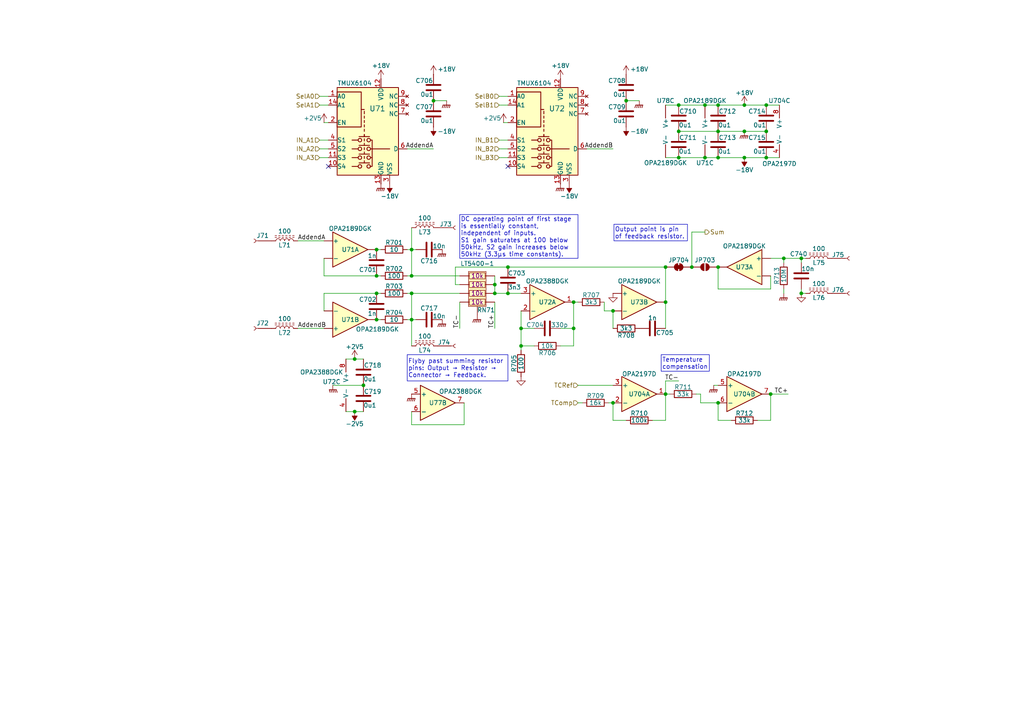
<source format=kicad_sch>
(kicad_sch (version 20250114) (generator "eeschema") (generator_version "9.0")
  (paper "A4")
  (lib_symbols
    (symbol "Conn_01x01_Socket_1" (pin_numbers (hide yes)) (pin_names (offset 1.016) (hide yes))
      (property "Reference" "J" (at 0 2.54 0))
      (property "Value" "Conn_01x01_Socket" (at 0 -2.54 0))
      (symbol "Conn_01x01_Socket_1_1_1"
        (pin passive line (at -5.08 0 0) (length 3.81) (name "Pin_1") (number "1"))
      )
    )
    (symbol "Conn_01x01_Socket_2" (pin_numbers (hide yes)) (pin_names (offset 1.016) (hide yes))
      (property "Reference" "J" (at 0 2.54 0))
      (property "Value" "Conn_01x01_Socket" (at 0 -2.54 0))
      (symbol "Conn_01x01_Socket_2_1_1"
        (pin passive line (at -5.08 0 0) (length 3.81) (name "Pin_1") (number "1"))
      )
    )
    (symbol "Conn_01x01_Socket_3" (pin_numbers (hide yes)) (pin_names (offset 1.016) (hide yes))
      (property "Reference" "J" (at 0 2.54 0))
      (property "Value" "Conn_01x01_Socket" (at 0 -2.54 0))
      (symbol "Conn_01x01_Socket_3_1_1"
        (pin passive line (at -5.08 0 0) (length 3.81) (name "Pin_1") (number "1"))
      )
    )
    (symbol "Conn_01x01_Socket_4" (pin_numbers (hide yes)) (pin_names (offset 1.016) (hide yes))
      (property "Reference" "J" (at 0 2.54 0))
      (property "Value" "Conn_01x01_Socket" (at 0 -2.54 0))
      (symbol "Conn_01x01_Socket_4_1_1"
        (pin passive line (at -5.08 0 0) (length 3.81) (name "Pin_1") (number "1"))
      )
    )
    (symbol "Connector:Conn_01x01_Socket" (pin_numbers (hide yes)) (pin_names (offset 1.016) (hide yes))
      (property "Reference" "J" (at 0 2.54 0))
      (property "Value" "Conn_01x01_Socket" (at 0 -2.54 0))
      (symbol "Conn_01x01_Socket_1_1"
        (pin passive line (at -5.08 0 0) (length 3.81) (name "Pin_1") (number "1"))
      )
    )
    (symbol "Device:C" (pin_numbers (hide yes)) (pin_names (offset 0.254))
      (property "Reference" "C" (at 0.635 2.54 0))
      (property "Value" "C" (at 0.635 -2.54 0))
      (symbol "C_1_1"
        (pin passive line (at 0 3.81 270) (length 2.794) (name "~") (number "1"))
        (pin passive line (at 0 -3.81 90) (length 2.794) (name "~") (number "2"))
      )
    )
    (symbol "Device:L_Ferrite" (pin_numbers (hide yes)) (pin_names (offset 1.016) (hide yes))
      (property "Reference" "L" (at -1.27 0 90))
      (property "Value" "L_Ferrite" (at 2.794 0 90))
      (symbol "L_Ferrite_1_1"
        (pin passive line (at 0 3.81 270) (length 1.27) (name "1") (number "1"))
        (pin passive line (at 0 -3.81 90) (length 1.27) (name "2") (number "2"))
      )
    )
    (symbol "Device:R" (pin_numbers (hide yes)) (pin_names (offset 0))
      (property "Reference" "R" (at 2.032 0 90))
      (property "Value" "R" (at 0 0 90))
      (symbol "R_1_1"
        (pin passive line (at 0 3.81 270) (length 1.27) (name "~") (number "1"))
        (pin passive line (at 0 -3.81 90) (length 1.27) (name "~") (number "2"))
      )
    )
    (symbol "Jumper:SolderJumper_2_Bridged" (pin_numbers (hide yes)) (pin_names (offset 0) (hide yes)) (in_bom no)
      (property "Reference" "JP" (at 0 2.032 0))
      (property "Value" "SolderJumper_2_Bridged" (at 0 -2.54 0))
      (symbol "SolderJumper_2_Bridged_1_1"
        (pin passive line (at -3.81 0 0) (length 2.54) (name "A") (number "1"))
        (pin passive line (at 3.81 0 180) (length 2.54) (name "B") (number "2"))
      )
    )
    (symbol "Jumper:SolderJumper_2_Open" (pin_numbers (hide yes)) (pin_names (offset 0) (hide yes)) (in_bom no)
      (property "Reference" "JP" (at 0 2.032 0))
      (property "Value" "SolderJumper_2_Open" (at 0 -2.54 0))
      (symbol "SolderJumper_2_Open_1_1"
        (pin passive line (at -3.81 0 0) (length 2.54) (name "A") (number "1"))
        (pin passive line (at 3.81 0 180) (length 2.54) (name "B") (number "2"))
      )
    )
    (symbol "Parts:+18V" (power) (pin_numbers (hide yes)) (pin_names (offset 0) (hide yes))
      (property "Value" "+18V" (at 0 3.556 0))
      (symbol "+18V_1_1"
        (pin power_in line (at 0 0 90) (length 0) (name "~") (number "1"))
      )
    )
    (symbol "Parts:-18V" (power) (pin_numbers (hide yes)) (pin_names (offset 0) (hide yes))
      (property "Value" "-18V" (at 0 -3.556 0))
      (symbol "-18V_0_0"
        (pin power_in line (at 0 0 270) (length 0) (name "~") (number "1"))
      )
    )
    (symbol "Parts:LT5400" (pin_numbers (hide yes))
      (property "Reference" "RN" (at 0 7.366 0))
      (property "Value" "LT5400-1" (at 5.08 -4.826 0))
      (property "R1" "10k" (at 0 5.08 0))
      (property "R2" "10k" (at 0 2.54 0))
      (property "R3" "10k" (at 0 0 0))
      (property "R4" "10k" (at 0 -2.54 0))
      (symbol "LT5400_1_1"
        (pin passive line (at -5.08 5.08 0) (length 2.54) (name "~") (number "1"))
        (pin passive line (at -5.08 2.54 0) (length 2.54) (name "~") (number "2"))
        (pin passive line (at -5.08 0 0) (length 2.54) (name "~") (number "3"))
        (pin passive line (at -5.08 -2.54 0) (length 2.54) (name "~") (number "4"))
        (pin passive line (at 0 -6.35 90) (length 2.54) (name "~") (number "9"))
        (pin passive line (at 5.08 5.08 180) (length 2.54) (name "~") (number "8"))
        (pin passive line (at 5.08 2.54 180) (length 2.54) (name "~") (number "7"))
        (pin passive line (at 5.08 0 180) (length 2.54) (name "~") (number "6"))
        (pin passive line (at 5.08 -2.54 180) (length 2.54) (name "~") (number "5"))
      )
    )
    (symbol "Parts:OPA2189DGK" (pin_numbers (hide yes)) (pin_names (offset 0.002))
      (property "Reference" "U" (at 0 0 0))
      (property "Value" "OPA2189DGK" (at 4.064 -4.318 0))
      (symbol "OPA2189DGK_1_1"
        (unit_name "A")
        (pin input line (at -7.62 2.54 0) (length 2.54) (name "+") (number "3"))
        (pin input line (at -7.62 -2.54 0) (length 2.54) (name "-") (number "2"))
        (pin output line (at 7.62 0 180) (length 2.54) (name "~") (number "1"))
      )
      (symbol "OPA2189DGK_2_1"
        (unit_name "B")
        (pin input line (at -7.62 2.54 0) (length 2.54) (name "+") (number "5"))
        (pin input line (at -7.62 -2.54 0) (length 2.54) (name "-") (number "6"))
        (pin output line (at 7.62 0 180) (length 2.54) (name "~") (number "7"))
      )
      (symbol "OPA2189DGK_3_1"
        (unit_name "Power")
        (pin power_in line (at 0 7.62 270) (length 3.81) (name "V+") (number "8"))
        (pin power_in line (at 0 -7.62 90) (length 3.81) (name "V-") (number "4"))
      )
    )
    (symbol "Parts:OPA2197D" (pin_names (offset 0.127))
      (property "Reference" "U" (at 2.54 6.35 0))
      (property "Value" "OPA2197D" (at 2.54 3.81 0))
      (symbol "OPA2197D_1_1"
        (pin input line (at -7.62 2.54 0) (length 2.54) (name "+") (number "3"))
        (pin input line (at -7.62 -2.54 0) (length 2.54) (name "-") (number "2"))
        (pin output line (at 7.62 0 180) (length 2.54) (name "~") (number "1"))
      )
      (symbol "OPA2197D_2_1"
        (pin input line (at -7.62 2.54 0) (length 2.54) (name "+") (number "5"))
        (pin input line (at -7.62 -2.54 0) (length 2.54) (name "-") (number "6"))
        (pin output line (at 7.62 0 180) (length 2.54) (name "~") (number "7"))
      )
      (symbol "OPA2197D_3_1"
        (pin power_in line (at 0 7.62 270) (length 3.81) (name "V+") (number "8"))
        (pin power_in line (at 0 -7.62 90) (length 3.81) (name "V-") (number "4"))
      )
    )
    (symbol "Parts:OPA2388DGK" (pin_names (offset 0.127))
      (property "Reference" "U" (at 0 0 0))
      (property "Value" "OPA2388DGK" (at 3.556 4.572 0))
      (symbol "OPA2388DGK_1_1"
        (pin input line (at -7.62 2.54 0) (length 2.54) (name "+") (number "3"))
        (pin input line (at -7.62 -2.54 0) (length 2.54) (name "-") (number "2"))
        (pin output line (at 7.62 0 180) (length 2.54) (name "~") (number "1"))
      )
      (symbol "OPA2388DGK_2_1"
        (pin input line (at -7.62 2.54 0) (length 2.54) (name "+") (number "5"))
        (pin input line (at -7.62 -2.54 0) (length 2.54) (name "-") (number "6"))
        (pin output line (at 7.62 0 180) (length 2.54) (name "~") (number "7"))
      )
      (symbol "OPA2388DGK_3_1"
        (pin power_in line (at 0 7.62 270) (length 3.81) (name "V+") (number "8"))
        (pin power_in line (at 0 -7.62 90) (length 3.81) (name "V-") (number "4"))
      )
    )
    (symbol "Parts:TMUX6104" (pin_names (offset 0.002))
      (property "Reference" "U" (at 3.048 3.556 0))
      (property "Value" "TMUX6104" (at -3.81 13.97 0))
      (symbol "TMUX6104_1_0"
        (pin power_in line (at 3.81 -15.24 90) (length 2.54) (name "GND") (number "13"))
      )
      (symbol "TMUX6104_1_1"
        (pin input line (at -11.43 10.16 0) (length 2.54) (name "A0") (number "1"))
        (pin input line (at -11.43 7.62 0) (length 2.54) (name "A1") (number "14"))
        (pin input line (at -11.43 2.54 0) (length 2.54) (name "EN") (number "2"))
        (pin bidirectional line (at -11.43 -2.54 0) (length 2.54) (name "S1") (number "4"))
        (pin bidirectional line (at -11.43 -5.08 0) (length 2.54) (name "S2") (number "5"))
        (pin bidirectional line (at -11.43 -7.62 0) (length 2.54) (name "S3") (number "11"))
        (pin bidirectional line (at -11.43 -10.16 0) (length 2.54) (name "S4") (number "10"))
        (pin power_in line (at 3.81 15.24 270) (length 2.54) (name "VDD") (number "12"))
        (pin power_in line (at 6.35 -15.24 90) (length 2.54) (name "VSS") (number "3"))
        (pin no_connect line (at 11.43 10.16 180) (length 2.54) (name "NC") (number "9"))
        (pin no_connect line (at 11.43 7.62 180) (length 2.54) (name "NC") (number "8"))
        (pin no_connect line (at 11.43 5.08 180) (length 2.54) (name "NC") (number "7"))
        (pin bidirectional line (at 11.43 -5.08 180) (length 2.54) (name "D") (number "6"))
      )
    )
    (symbol "power:+2V5" (power) (pin_numbers (hide yes)) (pin_names (offset 0) (hide yes))
      (property "Value" "+2V5" (at 0 3.556 0))
      (symbol "+2V5_1_1"
        (pin power_in line (at 0 0 90) (length 0) (name "~") (number "1"))
      )
    )
    (symbol "power:-2V5" (power) (pin_numbers (hide yes)) (pin_names (offset 0) (hide yes))
      (property "Value" "-2V5" (at 0 3.556 0))
      (symbol "-2V5_0_0"
        (pin power_in line (at 0 0 90) (length 0) (name "~") (number "1"))
      )
    )
    (symbol "power:GND" (power) (pin_numbers (hide yes)) (pin_names (offset 0) (hide yes))
      (property "Value" "GND" (at 0 -3.81 0))
      (symbol "GND_1_1"
        (pin power_in line (at 0 0 270) (length 0) (name "~") (number "1"))
      )
    )
    (symbol "power:GNDPWR" (power) (pin_numbers (hide yes)) (pin_names (offset 0) (hide yes))
      (property "Value" "GNDPWR" (at 0 -3.302 0))
      (symbol "GNDPWR_1_1"
        (pin power_in line (at 0 0 270) (length 0) (name "~") (number "1"))
      )
    )
  )
  (text_box "DC operating point of first stage is essentially constant, independent of inputs.\nS1 gain saturates at 100 below 50kHz, S2 gain increases below 50kHz (3.3µs time constants)." (at 133.35 62.23 0) (size 34.29 12.7) (margins 0.254 0.254 0.254 0.254) (effects (font (size 1.27 1.27)) (justify left)))
  (text_box "Output point is pin of feedback resistor." (at 178.0731 65.0446 0) (size 21.3169 4.8054) (margins 0.254 0.254 0.254 0.254) (effects (font (size 1.27 1.27)) (justify left)))
  (text_box "Flyby past summing resistor pins: Output → Resistor → Connector → Feedback." (at 118.11 102.87 0) (size 29.2099 7.62) (margins 0.254 0.254 0.254 0.254) (effects (font (size 1.27 1.27)) (justify left)))
  (text_box "Temperature compensation" (at 191.77 102.87 0) (size 13.9699 4.8054) (margins 0.254 0.254 0.254 0.254) (effects (font (size 1.27 1.27)) (justify left)))
  (junction (at 215.9 30.48))
  (junction (at 193.04 77.47))
  (junction (at 102.87 104.14))
  (junction (at 125.73 29.21))
  (junction (at 200.66 77.47))
  (junction (at 208.28 30.48))
  (junction (at 204.47 30.48))
  (junction (at 119.38 85.09))
  (junction (at 232.41 85.09))
  (junction (at 193.04 114.3))
  (junction (at 109.22 72.39))
  (junction (at 222.25 38.1))
  (junction (at 177.8 90.17))
  (junction (at 151.13 95.25))
  (junction (at 204.47 45.72))
  (junction (at 143.51 85.09))
  (junction (at 143.51 82.55))
  (junction (at 166.37 95.25))
  (junction (at 109.22 85.09))
  (junction (at 147.32 85.09))
  (junction (at 147.32 77.47))
  (junction (at 119.38 92.71))
  (junction (at 119.38 80.01))
  (junction (at 102.87 119.38))
  (junction (at 215.9 38.1))
  (junction (at 105.41 111.76))
  (junction (at 177.8 116.84))
  (junction (at 193.04 87.63))
  (junction (at 215.9 45.72))
  (junction (at 208.28 77.47))
  (junction (at 196.85 30.48))
  (junction (at 196.85 38.1))
  (junction (at 208.28 38.1))
  (junction (at 222.25 30.48))
  (junction (at 208.28 45.72))
  (junction (at 166.37 87.63))
  (junction (at 208.28 116.84))
  (junction (at 223.52 114.3))
  (junction (at 109.22 80.01))
  (junction (at 227.33 74.93))
  (junction (at 119.38 72.39))
  (junction (at 232.41 74.93))
  (junction (at 196.85 45.72))
  (junction (at 181.61 29.21))
  (junction (at 109.22 92.71))
  (junction (at 151.13 100.33))
  (junction (at 222.25 45.72))
  (no_connect (at 95.25 48.26))
  (no_connect (at 147.32 48.26))
  (wire (pts (xy 109.22 85.09) (xy 110.49 85.09)))
  (wire (pts (xy 227.33 76.2) (xy 227.33 74.93)))
  (wire (pts (xy 119.38 85.09) (xy 119.38 92.71)))
  (wire (pts (xy 147.32 27.94) (xy 144.78 27.94)))
  (wire (pts (xy 215.9 30.48) (xy 222.25 30.48)))
  (wire (pts (xy 208.28 83.82) (xy 208.28 77.47)))
  (wire (pts (xy 105.41 104.14) (xy 102.87 104.14)))
  (wire (pts (xy 215.9 45.72) (xy 222.25 45.72)))
  (wire (pts (xy 167.64 116.84) (xy 168.91 116.84)))
  (wire (pts (xy 119.38 92.71) (xy 120.65 92.71)))
  (wire (pts (xy 118.11 43.18) (xy 125.73 43.18)))
  (wire (pts (xy 222.25 45.72) (xy 226.06 45.72)))
  (wire (pts (xy 95.25 30.48) (xy 92.71 30.48)))
  (wire (pts (xy 215.9 38.1) (xy 222.25 38.1)))
  (wire (pts (xy 196.85 30.48) (xy 204.47 30.48)))
  (wire (pts (xy 162.56 100.33) (xy 166.37 100.33)))
  (wire (pts (xy 166.37 95.25) (xy 162.56 95.25)))
  (wire (pts (xy 132.08 77.47) (xy 147.32 77.47)))
  (wire (pts (xy 109.22 80.01) (xy 110.49 80.01)))
  (wire (pts (xy 189.23 121.92) (xy 193.04 121.92)))
  (wire (pts (xy 200.66 67.31) (xy 200.66 77.47)))
  (wire (pts (xy 102.87 119.38) (xy 100.33 119.38)))
  (wire (pts (xy 196.85 45.72) (xy 193.04 45.72)))
  (wire (pts (xy 119.38 119.38) (xy 119.38 123.19)))
  (wire (pts (xy 223.52 114.3) (xy 228.6 114.3)))
  (wire (pts (xy 93.98 80.01) (xy 109.22 80.01)))
  (wire (pts (xy 166.37 95.25) (xy 166.37 100.33)))
  (wire (pts (xy 208.28 116.84) (xy 208.28 121.92)))
  (wire (pts (xy 109.22 92.71) (xy 110.49 92.71)))
  (wire (pts (xy 204.47 67.31) (xy 200.66 67.31)))
  (wire (pts (xy 95.25 27.94) (xy 92.71 27.94)))
  (wire (pts (xy 133.35 87.63) (xy 133.35 95.25)))
  (wire (pts (xy 196.85 45.72) (xy 204.47 45.72)))
  (wire (pts (xy 175.26 90.17) (xy 177.8 90.17)))
  (wire (pts (xy 193.04 121.92) (xy 193.04 114.3)))
  (wire (pts (xy 143.51 85.09) (xy 147.32 85.09)))
  (wire (pts (xy 143.51 87.63) (xy 143.51 95.25)))
  (wire (pts (xy 204.47 30.48) (xy 208.28 30.48)))
  (wire (pts (xy 181.61 29.21) (xy 185.42 29.21)))
  (wire (pts (xy 144.78 43.18) (xy 147.32 43.18)))
  (wire (pts (xy 132.08 77.47) (xy 132.08 82.55)))
  (wire (pts (xy 93.98 85.09) (xy 93.98 90.17)))
  (wire (pts (xy 203.2 114.3) (xy 203.2 116.84)))
  (wire (pts (xy 207.01 111.76) (xy 208.28 111.76)))
  (wire (pts (xy 196.85 110.49) (xy 193.04 110.49)))
  (wire (pts (xy 147.32 85.09) (xy 151.13 85.09)))
  (wire (pts (xy 143.51 82.55) (xy 143.51 85.09)))
  (wire (pts (xy 144.78 30.48) (xy 147.32 30.48)))
  (wire (pts (xy 154.94 100.33) (xy 151.13 100.33)))
  (wire (pts (xy 119.38 123.19) (xy 134.62 123.19)))
  (wire (pts (xy 92.71 40.64) (xy 95.25 40.64)))
  (wire (pts (xy 119.38 80.01) (xy 133.35 80.01)))
  (wire (pts (xy 93.98 35.56) (xy 95.25 35.56)))
  (wire (pts (xy 119.38 72.39) (xy 120.65 72.39)))
  (wire (pts (xy 119.38 92.71) (xy 119.38 100.33)))
  (wire (pts (xy 119.38 85.09) (xy 133.35 85.09)))
  (wire (pts (xy 118.11 72.39) (xy 119.38 72.39)))
  (wire (pts (xy 147.32 77.47) (xy 193.04 77.47)))
  (wire (pts (xy 118.11 85.09) (xy 119.38 85.09)))
  (wire (pts (xy 222.25 30.48) (xy 226.06 30.48)))
  (wire (pts (xy 151.13 95.25) (xy 151.13 90.17)))
  (wire (pts (xy 203.2 116.84) (xy 208.28 116.84)))
  (wire (pts (xy 232.41 74.93) (xy 227.33 74.93)))
  (wire (pts (xy 223.52 83.82) (xy 208.28 83.82)))
  (wire (pts (xy 177.8 121.92) (xy 177.8 116.84)))
  (wire (pts (xy 176.53 116.84) (xy 177.8 116.84)))
  (wire (pts (xy 223.52 114.3) (xy 223.52 121.92)))
  (wire (pts (xy 119.38 72.39) (xy 119.38 80.01)))
  (wire (pts (xy 144.78 40.64) (xy 147.32 40.64)))
  (wire (pts (xy 233.68 74.93) (xy 232.41 74.93)))
  (wire (pts (xy 223.52 121.92) (xy 219.71 121.92)))
  (wire (pts (xy 204.47 45.72) (xy 208.28 45.72)))
  (wire (pts (xy 181.61 121.92) (xy 177.8 121.92)))
  (wire (pts (xy 223.52 74.93) (xy 227.33 74.93)))
  (wire (pts (xy 166.37 87.63) (xy 167.64 87.63)))
  (wire (pts (xy 223.52 80.01) (xy 223.52 83.82)))
  (wire (pts (xy 227.33 83.82) (xy 227.33 85.09)))
  (wire (pts (xy 151.13 95.25) (xy 151.13 100.33)))
  (wire (pts (xy 93.98 74.93) (xy 93.98 80.01)))
  (wire (pts (xy 193.04 87.63) (xy 193.04 95.25)))
  (wire (pts (xy 203.2 114.3) (xy 201.93 114.3)))
  (wire (pts (xy 92.71 43.18) (xy 95.25 43.18)))
  (wire (pts (xy 102.87 104.14) (xy 100.33 104.14)))
  (wire (pts (xy 166.37 87.63) (xy 166.37 95.25)))
  (wire (pts (xy 208.28 45.72) (xy 215.9 45.72)))
  (wire (pts (xy 151.13 100.33) (xy 151.13 101.6)))
  (wire (pts (xy 96.52 111.76) (xy 105.41 111.76)))
  (wire (pts (xy 208.28 30.48) (xy 215.9 30.48)))
  (wire (pts (xy 105.41 119.38) (xy 102.87 119.38)))
  (wire (pts (xy 193.04 110.49) (xy 193.04 114.3)))
  (wire (pts (xy 232.41 74.93) (xy 232.41 76.2)))
  (wire (pts (xy 193.04 114.3) (xy 194.31 114.3)))
  (wire (pts (xy 193.04 77.47) (xy 193.04 87.63)))
  (wire (pts (xy 177.8 95.25) (xy 177.8 90.17)))
  (wire (pts (xy 232.41 85.09) (xy 232.41 83.82)))
  (wire (pts (xy 167.64 111.76) (xy 177.8 111.76)))
  (wire (pts (xy 151.13 95.25) (xy 154.94 95.25)))
  (wire (pts (xy 146.05 35.56) (xy 147.32 35.56)))
  (wire (pts (xy 92.71 45.72) (xy 95.25 45.72)))
  (wire (pts (xy 170.18 43.18) (xy 177.8 43.18)))
  (wire (pts (xy 208.28 38.1) (xy 215.9 38.1)))
  (wire (pts (xy 208.28 121.92) (xy 212.09 121.92)))
  (wire (pts (xy 109.22 72.39) (xy 110.49 72.39)))
  (wire (pts (xy 93.98 85.09) (xy 109.22 85.09)))
  (wire (pts (xy 118.11 92.71) (xy 119.38 92.71)))
  (wire (pts (xy 193.04 30.48) (xy 196.85 30.48)))
  (wire (pts (xy 86.36 95.25) (xy 93.98 95.25)))
  (wire (pts (xy 132.08 82.55) (xy 133.35 82.55)))
  (wire (pts (xy 175.26 90.17) (xy 175.26 87.63)))
  (wire (pts (xy 143.51 80.01) (xy 143.51 82.55)))
  (wire (pts (xy 134.62 123.19) (xy 134.62 116.84)))
  (wire (pts (xy 86.36 69.85) (xy 93.98 69.85)))
  (wire (pts (xy 144.78 45.72) (xy 147.32 45.72)))
  (wire (pts (xy 118.11 80.01) (xy 119.38 80.01)))
  (wire (pts (xy 232.41 85.09) (xy 233.68 85.09)))
  (wire (pts (xy 125.73 29.21) (xy 129.54 29.21)))
  (wire (pts (xy 119.38 66.04) (xy 119.38 72.39)))
  (wire (pts (xy 196.85 38.1) (xy 208.28 38.1)))
  (label "TC-" (at 133.35 95.25 90))
  (label "AddendA" (at 125.73 43.18 180))
  (label "TC+" (at 143.51 95.25 90))
  (label "AddendB" (at 177.8 43.18 180))
  (label "TC-" (at 196.85 110.49 180))
  (label "AddendA" (at 86.36 69.85 0))
  (label "TC+" (at 228.6 114.3 180))
  (label "AddendB" (at 86.36 95.25 0))
  (hierarchical_label "IN_B2" (shape input) (at 144.78 43.18 180))
  (hierarchical_label "IN_A1" (shape input) (at 92.71 40.64 180))
  (hierarchical_label "IN_A2" (shape input) (at 92.71 43.18 180))
  (hierarchical_label "IN_B3" (shape input) (at 144.78 45.72 180))
  (hierarchical_label "Sum" (shape output) (at 204.47 67.31 0))
  (hierarchical_label "SelA0" (shape input) (at 92.71 27.94 180))
  (hierarchical_label "SelB1" (shape input) (at 144.78 30.48 180))
  (hierarchical_label "IN_A3" (shape input) (at 92.71 45.72 180))
  (hierarchical_label "IN_B1" (shape input) (at 144.78 40.64 180))
  (hierarchical_label "TCRef" (shape input) (at 167.64 111.76 180))
  (hierarchical_label "SelA1" (shape input) (at 92.71 30.48 180))
  (hierarchical_label "TComp" (shape input) (at 167.64 116.84 180))
  (hierarchical_label "SelB0" (shape input) (at 144.78 27.94 180))
  (symbol (lib_id "power:GNDPWR") (at 227.33 85.09 0) (unit 1)
    (property "Reference" "#PWR0702" (effects (hide yes)))
    (property "Value" "GNDPWR" (effects (hide yes)))
    (property "Description" "Power symbol creates a global label with name \"GNDPWR\" , global ground" (effects (hide yes)))
  )
  (symbol (lib_id "Parts:OPA2189DGK") (at 215.9 77.47 0) (mirror y) (unit 1) (in_bom no)
    (property "Reference" "U78" (at 215.9 77.47 0))
    (property "Value" "OPA2189DGK" (at 215.9 71.374 0))
    (property "Footprint" "Parts:OPA2189" (effects (hide yes)))
    (property "Datasheet" "http://www.ti.com/lit/ds/symlink/opa189.pdf" (effects (hide yes)))
    (property "LCSC" "C881489" (effects (hide yes)))
    (instances (project "" (path "" (reference "U73") (unit 1))) (project "" (path "" (reference "U78") (unit 1))))
  )
  (symbol (lib_id "Parts:+18V") (at 125.73 21.59 0) (unit 1)
    (property "Reference" "#PWR0726" (effects (hide yes)))
    (property "Value" "+18V" (at 129.54 20.066 0))
    (property "Description" "Power symbol creates a global label with name {dblquote}+18V{dblquote}" (effects (hide yes)))
  )
  (symbol (lib_id "Device:R") (at 114.3 92.71 90) (mirror x) (unit 1)
    (property "Reference" "R704" (at 114.3 90.678 90))
    (property "Value" "10" (at 114.3 92.71 90))
    (property "Footprint" "Resistor_SMD:R_0402_1005Metric" (effects (hide yes)))
    (property "Description" "Resistor" (effects (hide yes)))
    (property "LCSC" "C25077" (effects (hide yes)))
  )
  (symbol (lib_id "Parts:OPA2189DGK") (at 101.6 92.71 0) (mirror x) (unit 2) (in_bom no)
    (property "Reference" "U76" (at 101.6 92.71 0))
    (property "Value" "OPA2189DGK" (at 109.474 95.504 0))
    (property "Footprint" "Parts:OPA2189" (effects (hide yes)))
    (property "Datasheet" "http://www.ti.com/lit/ds/symlink/opa189.pdf" (effects (hide yes)))
    (property "LCSC" "C881489" (effects (hide yes)))
    (instances (project "" (path "" (reference "U71") (unit 2))) (project "" (path "" (reference "U76") (unit 2))))
  )
  (symbol (lib_id "Jumper:SolderJumper_2_Open") (at 204.47 77.47 0) (mirror y) (unit 1) (in_bom no)
    (property "Reference" "JP703" (at 204.47 75.438 0))
    (property "Value" "SolderJumper_2_Open" (effects (hide yes)))
    (property "Footprint" "Parts:ThermJump_1" (effects (hide yes)))
    (property "Description" "Solder Jumper, 2-pole, open" (effects (hide yes)))
  )
  (symbol (lib_id "Device:C") (at 109.22 76.2 0) (unit 1) (in_bom no)
    (property "Reference" "C701" (at 109.22 78.232 0) (effects (justify right)))
    (property "Value" "1n" (at 109.22 74.168 0) (effects (justify right)))
    (property "Footprint" "Capacitor_SMD:C_0603_1608Metric" (effects (hide yes)))
    (property "Datasheet" "C0G" (effects (hide yes)))
    (property "Description" "Unpolarized capacitor" (effects (hide yes)))
  )
  (symbol (lib_id "Device:C") (at 125.73 25.4 0) (mirror y) (unit 1)
    (property "Reference" "C706" (at 125.603 24.13 0) (effects (justify left bottom)))
    (property "Value" "0u1" (at 125.73 26.67 0) (effects (justify left top)))
    (property "Footprint" "Capacitor_SMD:C_0402_1005Metric" (effects (hide yes)))
    (property "Datasheet" "50V" (effects (hide yes)))
    (property "Description" "Unpolarized capacitor" (effects (hide yes)))
    (property "LCSC" "C307331" (effects (hide yes)))
  )
  (symbol (lib_id "power:GNDPWR") (at 128.27 92.71 0) (unit 1)
    (property "Reference" "#PWR0243" (effects (hide yes)))
    (property "Value" "GNDPWR" (effects (hide yes)))
    (property "Description" "Power symbol creates a global label with name \"GNDPWR\" , global ground" (effects (hide yes)))
  )
  (symbol (lib_id "Device:C") (at 124.46 92.71 270) (mirror x) (unit 1)
    (property "Reference" "C717" (at 124.46 89.408 90))
    (property "Value" "10n" (at 125.476 91.694 90) (effects (justify left)))
    (property "Footprint" "Capacitor_SMD:C_0603_1608Metric" (effects (hide yes)))
    (property "Datasheet" "25V" (effects (hide yes)))
    (property "Description" "Unpolarized capacitor" (effects (hide yes)))
    (property "LCSC" "C307500" (effects (hide yes)))
  )
  (symbol (lib_id "power:GND") (at 151.13 109.22 0) (unit 1)
    (property "Reference" "#PWR0289" (effects (hide yes)))
    (property "Value" "GND" (effects (hide yes)))
    (property "Description" "Power symbol creates a global label with name \"GND\" , ground" (effects (hide yes)))
  )
  (symbol (lib_id "Device:C") (at 125.73 33.02 0) (mirror y) (unit 1)
    (property "Reference" "C707" (at 125.603 31.75 0) (effects (justify left bottom)))
    (property "Value" "0u1" (at 125.73 34.29 0) (effects (justify left top)))
    (property "Footprint" "Capacitor_SMD:C_0402_1005Metric" (effects (hide yes)))
    (property "Datasheet" "50V" (effects (hide yes)))
    (property "Description" "Unpolarized capacitor" (effects (hide yes)))
    (property "LCSC" "C307331" (effects (hide yes)))
  )
  (symbol (lib_name "Conn_01x01_Socket_2") (lib_id "Connector:Conn_01x01_Socket") (at 132.08 100.33 0) (unit 1) (in_bom no)
    (property "Reference" "J74" (at 128.778 99.314 0))
    (property "Value" "Conn_01x01_Socket" (effects (hide yes)))
    (property "Footprint" "TestPoint:TestPoint_Plated_Hole_D5.0mm" (effects (hide yes)))
    (property "Description" "Generic connector, single row, 01x01, script generated" (effects (hide yes)))
  )
  (symbol (lib_id "Parts:-18V") (at 113.03 53.34 0) (unit 1)
    (property "Reference" "#PWR0229" (effects (hide yes)))
    (property "Value" "-18V" (at 113.03 56.896 0))
    (property "Description" "Power symbol creates a global label with name \"-18V\"" (effects (hide yes)))
  )
  (symbol (lib_id "Jumper:SolderJumper_2_Bridged") (at 196.85 77.47 0) (unit 1) (in_bom no)
    (property "Reference" "JP704" (at 196.85 75.438 0))
    (property "Value" "SolderJumper_2_Bridged" (effects (hide yes)))
    (property "Footprint" "Parts:ThermJumpBridge" (effects (hide yes)))
    (property "Description" "Solder Jumper, 2-pole, closed/bridged" (effects (hide yes)))
  )
  (symbol (lib_id "Device:C") (at 158.75 95.25 270) (mirror x) (unit 1)
    (property "Reference" "C704" (at 157.734 94.234 90) (effects (justify right)))
    (property "Value" "330p" (at 159.766 94.234 90) (effects (justify left)))
    (property "Footprint" "Capacitor_SMD:C_0603_1608Metric" (effects (hide yes)))
    (property "Datasheet" "C0G, 50V" (effects (hide yes)))
    (property "Description" "Unpolarized capacitor" (effects (hide yes)))
    (property "LCSC" "C1664" (effects (hide yes)))
  )
  (symbol (lib_id "power:GNDPWR") (at 185.42 29.21 0) (unit 1)
    (property "Reference" "#PWR0730" (effects (hide yes)))
    (property "Value" "GNDPWR" (effects (hide yes)))
    (property "Description" "Power symbol creates a global label with name \"GNDPWR\" , global ground" (effects (hide yes)))
  )
  (symbol (lib_id "power:GND") (at 177.8 85.09 0) (unit 1)
    (property "Reference" "#PWR0292" (effects (hide yes)))
    (property "Value" "GND" (effects (hide yes)))
    (property "Description" "Power symbol creates a global label with name \"GND\" , ground" (effects (hide yes)))
  )
  (symbol (lib_id "Parts:OPA2189DGK") (at 193.04 38.1 0) (unit 3) (in_bom no)
    (property "Reference" "U78" (at 193.04 29.21 0))
    (property "Value" "OPA2189DGK" (at 193.04 47.244 0))
    (property "Footprint" "Parts:OPA2189" (effects (hide yes)))
    (property "Datasheet" "http://www.ti.com/lit/ds/symlink/opa189.pdf" (effects (hide yes)))
    (property "LCSC" "C881489" (effects (hide yes)))
  )
  (symbol (lib_id "Parts:-18V") (at 181.61 36.83 0) (unit 1)
    (property "Reference" "#PWR0729" (effects (hide yes)))
    (property "Value" "-18V" (at 185.42 38.1 0))
    (property "Description" "Power symbol creates a global label with name \"-18V\"" (effects (hide yes)))
  )
  (symbol (lib_name "Conn_01x01_Socket_4") (lib_id "Connector:Conn_01x01_Socket") (at 132.08 66.04 0) (unit 1) (in_bom no)
    (property "Reference" "J73" (at 129.286 65.024 0))
    (property "Value" "Conn_01x01_Socket" (effects (hide yes)))
    (property "Footprint" "TestPoint:TestPoint_Plated_Hole_D5.0mm" (effects (hide yes)))
    (property "Description" "Generic connector, single row, 01x01, script generated" (effects (hide yes)))
  )
  (symbol (lib_id "Parts:TMUX6104") (at 158.75 38.1 0) (unit 1)
    (property "Reference" "U72" (at 161.544 31.496 0) (effects (font (size 1.524 1.524))))
    (property "Value" "TMUX6104" (at 154.94 24.13 0))
    (property "Footprint" "Package_SO:TSSOP-14_4.4x5mm_P0.65mm" (effects (hide yes)))
    (property "Datasheet" "https://www.ti.com/lit/gpn/tmux6208" (effects (hide yes)))
    (property "Description" "36V / ±18V, Low-Leakage-Current, 4:1 Precision Multiplexer" (effects (hide yes)))
    (property "LCSC" "C2673388" (effects (hide yes)))
  )
  (symbol (lib_id "power:GNDPWR") (at 96.52 111.76 0) (mirror y) (unit 1)
    (property "Reference" "#PWR0293" (effects (hide yes)))
    (property "Value" "GNDPWR" (effects (hide yes)))
    (property "Description" "Power symbol creates a global label with name \"GNDPWR\" , global ground" (effects (hide yes)))
  )
  (symbol (lib_id "Device:C") (at 222.25 34.29 0) (mirror y) (unit 1)
    (property "Reference" "C714" (at 222.123 33.02 0) (effects (justify left bottom)))
    (property "Value" "0u1" (at 222.25 35.56 0) (effects (justify left top)))
    (property "Footprint" "Capacitor_SMD:C_0402_1005Metric" (effects (hide yes)))
    (property "Datasheet" "50V" (effects (hide yes)))
    (property "Description" "Unpolarized capacitor" (effects (hide yes)))
    (property "LCSC" "C307331" (effects (hide yes)))
  )
  (symbol (lib_id "Device:C") (at 105.41 115.57 0) (unit 1)
    (property "Reference" "C719" (at 105.537 114.3 0) (effects (justify left bottom)))
    (property "Value" "0u1" (at 105.41 116.84 0) (effects (justify left top)))
    (property "Footprint" "Capacitor_SMD:C_0402_1005Metric" (effects (hide yes)))
    (property "Datasheet" "50V" (effects (hide yes)))
    (property "Description" "Unpolarized capacitor" (effects (hide yes)))
    (property "LCSC" "C307331" (effects (hide yes)))
  )
  (symbol (lib_id "power:-2V5") (at 102.87 119.38 180) (unit 1)
    (property "Reference" "#PWR0291" (effects (hide yes)))
    (property "Value" "-2V5" (at 102.87 122.936 0))
    (property "Description" "Power symbol creates a global label with name \"-2V5\"" (effects (hide yes)))
  )
  (symbol (lib_id "Parts:+18V") (at 215.9 30.48 0) (unit 1)
    (property "Reference" "#PWR0294" (effects (hide yes)))
    (property "Value" "+18V" (at 215.9 26.924 0))
    (property "Description" "Power symbol creates a global label with name {dblquote}+18V{dblquote}" (effects (hide yes)))
  )
  (symbol (lib_id "Parts:+18V") (at 181.61 21.59 0) (unit 1)
    (property "Reference" "#PWR0728" (effects (hide yes)))
    (property "Value" "+18V" (at 185.42 20.066 0))
    (property "Description" "Power symbol creates a global label with name {dblquote}+18V{dblquote}" (effects (hide yes)))
  )
  (symbol (lib_id "power:GNDPWR") (at 110.49 53.34 0) (unit 1)
    (property "Reference" "#PWR0228" (effects (hide yes)))
    (property "Value" "GNDPWR" (effects (hide yes)))
    (property "Description" "Power symbol creates a global label with name \"GNDPWR\" , global ground" (effects (hide yes)))
  )
  (symbol (lib_id "Parts:+18V") (at 110.49 22.86 0) (unit 1)
    (property "Reference" "#PWR0232" (effects (hide yes)))
    (property "Value" "+18V" (at 110.49 19.05 0))
    (property "Description" "Power symbol creates a global label with name {dblquote}+18V{dblquote}" (effects (hide yes)))
  )
  (symbol (lib_id "Parts:OPA2197D") (at 215.9 114.3 0) (unit 2) (in_bom no)
    (property "Reference" "U704" (at 215.9 114.3 0))
    (property "Value" "OPA2197D" (at 215.9 108.458 0))
    (property "Footprint" "Parts:OPA2197" (effects (hide yes)))
    (property "Datasheet" "http://www.ti.com/lit/ds/symlink/opa2197.pdf" (effects (hide yes)))
    (property "Description" "Dual 36V, Precision, Rail-to-Rail Input/Output, Low Offset Voltage, Operational Amplifier, SOIC-8" (effects (hide yes)))
    (property "LCSC" "C139363" (effects (hide yes)))
  )
  (symbol (lib_id "Parts:LT5400") (at 138.43 85.09 0) (unit 1)
    (property "Reference" "RN71" (at 140.97 89.916 0))
    (property "Value" "LT5400-1" (at 138.43 76.454 0))
    (property "Footprint" "Package_SO:MSOP-8-1EP_3x3mm_P0.65mm_EP1.68x1.88mm" (effects (hide yes)))
    (property "Datasheet" "0.2ppm/°C matching" (effects (hide yes)))
    (property "Description" "4 resistor network, parallel topology" (effects (hide yes)))
    (property "LCSC" "C1358072" (effects (hide yes)))
    (property "R1" "10k" (at 138.43 80.01 0))
    (property "R2" "10k" (at 138.43 82.55 0))
    (property "R3" "10k" (at 138.43 85.09 0))
    (property "R4" "10k" (at 138.43 87.63 0))
  )
  (symbol (lib_id "Connector:Conn_01x01_Socket") (at 246.38 85.09 0) (mirror x) (unit 1) (in_bom no)
    (property "Reference" "J76" (at 243.078 84.074 0))
    (property "Value" "Conn_01x01_Socket" (effects (hide yes)))
    (property "Footprint" "TestPoint:TestPoint_Plated_Hole_D5.0mm" (effects (hide yes)))
    (property "Description" "Generic connector, single row, 01x01, script generated" (effects (hide yes)))
  )
  (symbol (lib_id "power:GNDPWR") (at 207.01 111.76 0) (unit 1)
    (property "Reference" "#PWR055" (effects (hide yes)))
    (property "Value" "GNDPWR" (effects (hide yes)))
    (property "Description" "Power symbol creates a global label with name \"GNDPWR\" , global ground" (effects (hide yes)))
  )
  (symbol (lib_id "power:GNDPWR") (at 215.9 38.1 0) (unit 1)
    (property "Reference" "#PWR0296" (effects (hide yes)))
    (property "Value" "GNDPWR" (effects (hide yes)))
    (property "Description" "Power symbol creates a global label with name \"GNDPWR\" , global ground" (effects (hide yes)))
  )
  (symbol (lib_id "Device:L_Ferrite") (at 82.55 69.85 90) (unit 1)
    (property "Reference" "L71" (at 82.55 71.12 90))
    (property "Value" "100" (at 82.55 67.056 90))
    (property "Footprint" "Inductor_SMD:L_0603_1608Metric" (effects (hide yes)))
    (property "Datasheet" "2A / 50mOhm" (effects (hide yes)))
    (property "Description" "Inductor with ferrite core" (effects (hide yes)))
    (property "LCSC" "C14709" (effects (hide yes)))
  )
  (symbol (lib_name "Conn_01x01_Socket_3") (lib_id "Connector:Conn_01x01_Socket") (at 73.66 95.25 180) (unit 1) (in_bom no)
    (property "Reference" "J72" (at 76.2 93.726 0))
    (property "Value" "Conn_01x01_Socket" (effects (hide yes)))
    (property "Footprint" "TestPoint:TestPoint_Plated_Hole_D5.0mm" (effects (hide yes)))
    (property "Description" "Generic connector, single row, 01x01, script generated" (effects (hide yes)))
  )
  (symbol (lib_id "Device:R") (at 171.45 87.63 270) (mirror x) (unit 1)
    (property "Reference" "R707" (at 171.45 85.598 90))
    (property "Value" "3k3" (at 171.45 87.63 90))
    (property "Footprint" "Resistor_SMD:R_0603_1608Metric" (effects (hide yes)))
    (property "Datasheet" "Easy swap" (effects (hide yes)))
    (property "Description" "Resistor" (effects (hide yes)))
    (property "LCSC" "C22978" (effects (hide yes)))
  )
  (symbol (lib_id "Parts:OPA2197D") (at 226.06 38.1 0) (unit 3) (in_bom no)
    (property "Reference" "U704" (at 226.06 29.21 0))
    (property "Value" "OPA2197D" (at 226.06 47.498 0))
    (property "Footprint" "Parts:OPA2197" (effects (hide yes)))
    (property "Datasheet" "http://www.ti.com/lit/ds/symlink/opa2197.pdf" (effects (hide yes)))
    (property "Description" "Dual 36V, Precision, Rail-to-Rail Input/Output, Low Offset Voltage, Operational Amplifier, SOIC-8" (effects (hide yes)))
    (property "LCSC" "C139363" (effects (hide yes)))
  )
  (symbol (lib_id "Device:R") (at 198.12 114.3 270) (mirror x) (unit 1)
    (property "Reference" "R711" (at 198.12 112.268 90))
    (property "Value" "33k" (at 198.12 114.3 90))
    (property "Footprint" "Resistor_SMD:R_0603_1608Metric" (effects (hide yes)))
    (property "Datasheet" "Easy swap" (effects (hide yes)))
    (property "Description" "Resistor" (effects (hide yes)))
    (property "LCSC" "C4216" (effects (hide yes)))
  )
  (symbol (lib_name "Conn_01x01_Socket_1") (lib_id "Connector:Conn_01x01_Socket") (at 73.66 69.85 180) (unit 1) (in_bom no)
    (property "Reference" "J71" (at 76.2 68.326 0))
    (property "Value" "Conn_01x01_Socket" (effects (hide yes)))
    (property "Footprint" "TestPoint:TestPoint_Plated_Hole_D5.0mm" (effects (hide yes)))
    (property "Description" "Generic connector, single row, 01x01, script generated" (effects (hide yes)))
  )
  (symbol (lib_id "Device:R") (at 114.3 80.01 90) (unit 1)
    (property "Reference" "R702" (at 114.3 77.978 90))
    (property "Value" "100" (at 114.3 80.01 90))
    (property "Footprint" "Resistor_SMD:R_0402_1005Metric" (effects (hide yes)))
    (property "Description" "Resistor" (effects (hide yes)))
    (property "LCSC" "C25076" (effects (hide yes)))
  )
  (symbol (lib_id "Device:R") (at 158.75 100.33 270) (unit 1)
    (property "Reference" "R706" (at 158.75 102.362 90))
    (property "Value" "10k" (at 158.75 100.33 90))
    (property "Footprint" "Resistor_SMD:R_0603_1608Metric" (effects (hide yes)))
    (property "Datasheet" "Easy swap" (effects (hide yes)))
    (property "Description" "Resistor" (effects (hide yes)))
    (property "LCSC" "C25804" (effects (hide yes)))
  )
  (symbol (lib_id "Device:L_Ferrite") (at 237.49 85.09 90) (unit 1)
    (property "Reference" "L76" (at 237.49 86.36 90))
    (property "Value" "100" (at 237.49 82.296 90))
    (property "Footprint" "Inductor_SMD:L_0603_1608Metric" (effects (hide yes)))
    (property "Datasheet" "2A / 50mOhm" (effects (hide yes)))
    (property "Description" "Inductor with ferrite core" (effects (hide yes)))
    (property "LCSC" "C14709" (effects (hide yes)))
  )
  (symbol (lib_id "Parts:-18V") (at 215.9 45.72 0) (unit 1)
    (property "Reference" "#PWR0295" (effects (hide yes)))
    (property "Value" "-18V" (at 215.9 49.276 0))
    (property "Description" "Power symbol creates a global label with name \"-18V\"" (effects (hide yes)))
  )
  (symbol (lib_id "Device:R") (at 114.3 85.09 90) (mirror x) (unit 1)
    (property "Reference" "R703" (at 114.3 83.058 90))
    (property "Value" "100" (at 114.3 85.09 90))
    (property "Footprint" "Resistor_SMD:R_0402_1005Metric" (effects (hide yes)))
    (property "Description" "Resistor" (effects (hide yes)))
    (property "LCSC" "C25076" (effects (hide yes)))
  )
  (symbol (lib_id "Device:C") (at 208.28 34.29 0) (unit 1)
    (property "Reference" "C712" (at 208.407 33.02 0) (effects (justify left bottom)))
    (property "Value" "0u1" (at 208.28 35.56 0) (effects (justify left top)))
    (property "Footprint" "Capacitor_SMD:C_0402_1005Metric" (effects (hide yes)))
    (property "Datasheet" "50V" (effects (hide yes)))
    (property "Description" "Unpolarized capacitor" (effects (hide yes)))
    (property "LCSC" "C307331" (effects (hide yes)))
  )
  (symbol (lib_id "power:+2V5") (at 146.05 35.56 0) (unit 1)
    (property "Reference" "#PWR0299" (effects (hide yes)))
    (property "Value" "+2V5" (at 142.748 34.29 0))
    (property "Description" "Power symbol creates a global label with name \"+2V5\"" (effects (hide yes)))
  )
  (symbol (lib_id "Parts:TMUX6104") (at 106.68 38.1 0) (unit 1)
    (property "Reference" "U71" (at 109.474 31.496 0) (effects (font (size 1.524 1.524))))
    (property "Value" "TMUX6104" (at 102.87 24.13 0))
    (property "Footprint" "Package_SO:TSSOP-14_4.4x5mm_P0.65mm" (effects (hide yes)))
    (property "Datasheet" "https://www.ti.com/lit/gpn/tmux6208" (effects (hide yes)))
    (property "Description" "36V / ±18V, Low-Leakage-Current, 4:1 Precision Multiplexer" (effects (hide yes)))
    (property "LCSC" "C2673388" (effects (hide yes)))
  )
  (symbol (lib_id "Device:C") (at 147.32 81.28 0) (mirror y) (unit 1) (in_bom no)
    (property "Reference" "C703" (at 147.32 79.248 0) (effects (justify right)))
    (property "Value" "3n3" (at 147.32 83.312 0) (effects (justify right)))
    (property "Footprint" "Capacitor_SMD:C_0603_1608Metric" (effects (hide yes)))
    (property "Datasheet" "C0G" (effects (hide yes)))
    (property "Description" "Unpolarized capacitor" (effects (hide yes)))
  )
  (symbol (lib_id "Device:R") (at 114.3 72.39 90) (unit 1)
    (property "Reference" "R701" (at 114.3 70.358 90))
    (property "Value" "10" (at 114.3 72.39 90))
    (property "Footprint" "Resistor_SMD:R_0402_1005Metric" (effects (hide yes)))
    (property "Description" "Resistor" (effects (hide yes)))
    (property "LCSC" "C25077" (effects (hide yes)))
  )
  (symbol (lib_id "power:GNDPWR") (at 162.56 53.34 0) (unit 1)
    (property "Reference" "#PWR0227" (effects (hide yes)))
    (property "Value" "GNDPWR" (effects (hide yes)))
    (property "Description" "Power symbol creates a global label with name \"GNDPWR\" , global ground" (effects (hide yes)))
  )
  (symbol (lib_id "Device:R") (at 185.42 121.92 270) (mirror x) (unit 1)
    (property "Reference" "R710" (at 185.42 119.888 90))
    (property "Value" "100k" (at 185.42 121.92 90))
    (property "Footprint" "Resistor_SMD:R_0402_1005Metric" (effects (hide yes)))
    (property "Description" "Resistor" (effects (hide yes)))
    (property "LCSC" "C25741" (effects (hide yes)))
  )
  (symbol (lib_id "Device:L_Ferrite") (at 123.19 100.33 90) (unit 1)
    (property "Reference" "L74" (at 123.19 101.6 90))
    (property "Value" "100" (at 123.19 97.536 90))
    (property "Footprint" "Inductor_SMD:L_0603_1608Metric" (effects (hide yes)))
    (property "Datasheet" "2A / 50mOhm" (effects (hide yes)))
    (property "Description" "Inductor with ferrite core" (effects (hide yes)))
    (property "LCSC" "C14709" (effects (hide yes)))
  )
  (symbol (lib_id "Parts:-18V") (at 125.73 36.83 0) (unit 1)
    (property "Reference" "#PWR0725" (effects (hide yes)))
    (property "Value" "-18V" (at 129.54 38.1 0))
    (property "Description" "Power symbol creates a global label with name \"-18V\"" (effects (hide yes)))
  )
  (symbol (lib_id "Parts:OPA2189DGK") (at 204.47 38.1 0) (unit 3) (in_bom no)
    (property "Reference" "U76" (at 204.47 47.244 0))
    (property "Value" "OPA2189DGK" (at 204.47 29.21 0))
    (property "Footprint" "Parts:OPA2189" (effects (hide yes)))
    (property "Datasheet" "http://www.ti.com/lit/ds/symlink/opa189.pdf" (effects (hide yes)))
    (property "LCSC" "C881489" (effects (hide yes)))
    (instances (project "" (path "" (reference "U71") (unit 3))) (project "" (path "" (reference "U76") (unit 3))))
  )
  (symbol (lib_id "Device:L_Ferrite") (at 123.19 66.04 90) (unit 1)
    (property "Reference" "L73" (at 123.19 67.31 90))
    (property "Value" "100" (at 123.19 63.246 90))
    (property "Footprint" "Inductor_SMD:L_0603_1608Metric" (effects (hide yes)))
    (property "Datasheet" "2A / 50mOhm" (effects (hide yes)))
    (property "Description" "Inductor with ferrite core" (effects (hide yes)))
    (property "LCSC" "C14709" (effects (hide yes)))
  )
  (symbol (lib_id "Parts:+18V") (at 162.56 22.86 0) (unit 1)
    (property "Reference" "#PWR0300" (effects (hide yes)))
    (property "Value" "+18V" (at 162.56 19.05 0))
    (property "Description" "Power symbol creates a global label with name {dblquote}+18V{dblquote}" (effects (hide yes)))
  )
  (symbol (lib_id "Parts:OPA2388DGK") (at 158.75 87.63 0) (unit 1) (in_bom no)
    (property "Reference" "U77" (at 158.75 87.63 0))
    (property "Value" "OPA2388DGK" (at 158.75 81.534 0))
    (property "Footprint" "Parts:OPA2388" (effects (hide yes)))
    (property "Datasheet" "http://www.ti.com/lit/ds/symlink/opa2388.pdf" (effects (hide yes)))
    (property "Description" "Dual 5V, Precision, Rail-to-Rail Input/Output, Zero-drift, Operational Amplifier, SOIC-8" (effects (hide yes)))
    (property "LCSC" "C1517414" (effects (hide yes)))
    (instances (project "" (path "" (reference "U72") (unit 1))) (project "lincal" (path "" (reference "U77") (unit 1))))
  )
  (symbol (lib_id "Parts:OPA2388DGK") (at 100.33 111.76 0) (mirror y) (unit 3) (in_bom no)
    (property "Reference" "U77" (at 98.806 110.744 0) (effects (justify left)))
    (property "Value" "OPA2388DGK" (at 99.568 107.95 0) (effects (justify left)))
    (property "Footprint" "Parts:OPA2388" (effects (hide yes)))
    (property "Datasheet" "http://www.ti.com/lit/ds/symlink/opa2388.pdf" (effects (hide yes)))
    (property "Description" "Dual 5V, Precision, Rail-to-Rail Input/Output, Zero-drift, Operational Amplifier, SOIC-8" (effects (hide yes)))
    (property "LCSC" "C1517414" (effects (hide yes)))
    (instances (project "" (path "" (reference "U72") (unit 3))) (project "lincal" (path "" (reference "U77") (unit 3))))
  )
  (symbol (lib_id "power:+2V5") (at 102.87 104.14 0) (mirror y) (unit 1)
    (property "Reference" "#PWR0290" (effects (hide yes)))
    (property "Value" "+2V5" (at 102.87 100.584 0))
    (property "Description" "Power symbol creates a global label with name \"+2V5\"" (effects (hide yes)))
  )
  (symbol (lib_id "Parts:OPA2197D") (at 185.42 114.3 0) (unit 1) (in_bom no)
    (property "Reference" "U704" (at 185.42 114.3 0))
    (property "Value" "OPA2197D" (at 185.42 108.458 0))
    (property "Footprint" "Parts:OPA2197" (effects (hide yes)))
    (property "Datasheet" "http://www.ti.com/lit/ds/symlink/opa2197.pdf" (effects (hide yes)))
    (property "Description" "Dual 36V, Precision, Rail-to-Rail Input/Output, Low Offset Voltage, Operational Amplifier, SOIC-8" (effects (hide yes)))
    (property "LCSC" "C139363" (effects (hide yes)))
  )
  (symbol (lib_id "Device:L_Ferrite") (at 237.49 74.93 90) (unit 1)
    (property "Reference" "L75" (at 237.49 76.2 90))
    (property "Value" "100" (at 237.49 72.136 90))
    (property "Footprint" "Inductor_SMD:L_0603_1608Metric" (effects (hide yes)))
    (property "Datasheet" "2A / 50mOhm" (effects (hide yes)))
    (property "Description" "Inductor with ferrite core" (effects (hide yes)))
    (property "LCSC" "C14709" (effects (hide yes)))
  )
  (symbol (lib_id "Device:L_Ferrite") (at 82.55 95.25 90) (unit 1)
    (property "Reference" "L72" (at 82.55 96.52 90))
    (property "Value" "100" (at 82.55 92.456 90))
    (property "Footprint" "Inductor_SMD:L_0603_1608Metric" (effects (hide yes)))
    (property "Datasheet" "2A / 50mOhm" (effects (hide yes)))
    (property "Description" "Inductor with ferrite core" (effects (hide yes)))
    (property "LCSC" "C14709" (effects (hide yes)))
  )
  (symbol (lib_id "Device:C") (at 109.22 88.9 0) (unit 1) (in_bom no)
    (property "Reference" "C702" (at 109.22 86.868 0) (effects (justify right)))
    (property "Value" "1n" (at 109.22 90.932 0) (effects (justify right)))
    (property "Footprint" "Capacitor_SMD:C_0603_1608Metric" (effects (hide yes)))
    (property "Datasheet" "C0G" (effects (hide yes)))
    (property "Description" "Unpolarized capacitor" (effects (hide yes)))
  )
  (symbol (lib_id "Device:R") (at 227.33 80.01 0) (unit 1)
    (property "Reference" "R713" (at 225.298 80.01 90))
    (property "Value" "10M" (at 227.33 80.01 90))
    (property "Footprint" "Resistor_SMD:R_0603_1608Metric" (effects (hide yes)))
    (property "Datasheet" "Easy swap" (effects (hide yes)))
    (property "Description" "Resistor" (effects (hide yes)))
    (property "LCSC" "C7250" (effects (hide yes)))
  )
  (symbol (lib_id "Device:C") (at 181.61 33.02 0) (mirror y) (unit 1)
    (property "Reference" "C709" (at 181.483 31.75 0) (effects (justify left bottom)))
    (property "Value" "0u1" (at 181.61 34.29 0) (effects (justify left top)))
    (property "Footprint" "Capacitor_SMD:C_0402_1005Metric" (effects (hide yes)))
    (property "Datasheet" "50V" (effects (hide yes)))
    (property "Description" "Unpolarized capacitor" (effects (hide yes)))
    (property "LCSC" "C307331" (effects (hide yes)))
  )
  (symbol (lib_id "Device:C") (at 222.25 41.91 0) (mirror y) (unit 1)
    (property "Reference" "C715" (at 222.123 40.64 0) (effects (justify left bottom)))
    (property "Value" "0u1" (at 222.25 43.18 0) (effects (justify left top)))
    (property "Footprint" "Capacitor_SMD:C_0402_1005Metric" (effects (hide yes)))
    (property "Datasheet" "50V" (effects (hide yes)))
    (property "Description" "Unpolarized capacitor" (effects (hide yes)))
    (property "LCSC" "C307331" (effects (hide yes)))
  )
  (symbol (lib_id "Device:C") (at 232.41 80.01 0) (unit 1)
    (property "Reference" "C740" (at 231.648 73.66 0))
    (property "Value" "10n" (at 232.41 77.978 0) (effects (justify left)))
    (property "Footprint" "Capacitor_SMD:C_0603_1608Metric" (effects (hide yes)))
    (property "Datasheet" "25V" (effects (hide yes)))
    (property "Description" "Unpolarized capacitor" (effects (hide yes)))
    (property "LCSC" "C307500" (effects (hide yes)))
  )
  (symbol (lib_id "Parts:-18V") (at 165.1 53.34 0) (unit 1)
    (property "Reference" "#PWR0230" (effects (hide yes)))
    (property "Value" "-18V" (at 165.1 56.896 0))
    (property "Description" "Power symbol creates a global label with name \"-18V\"" (effects (hide yes)))
  )
  (symbol (lib_id "Device:R") (at 151.13 105.41 0) (mirror y) (unit 1)
    (property "Reference" "R705" (at 149.098 105.41 90))
    (property "Value" "100" (at 151.13 105.41 90))
    (property "Footprint" "Resistor_SMD:R_0603_1608Metric" (effects (hide yes)))
    (property "Datasheet" "Easy swap" (effects (hide yes)))
    (property "Description" "Resistor" (effects (hide yes)))
    (property "LCSC" "C23140" (effects (hide yes)))
  )
  (symbol (lib_id "Device:C") (at 189.23 95.25 90) (mirror x) (unit 1) (in_bom no)
    (property "Reference" "C705" (at 190.246 96.52 90) (effects (justify right)))
    (property "Value" "1n" (at 189.23 92.202 90))
    (property "Footprint" "Capacitor_SMD:C_0603_1608Metric" (effects (hide yes)))
    (property "Datasheet" "C0G" (effects (hide yes)))
    (property "Description" "Unpolarized capacitor" (effects (hide yes)))
  )
  (symbol (lib_id "Parts:OPA2189DGK") (at 185.42 87.63 0) (unit 2) (in_bom no)
    (property "Reference" "U78" (at 185.42 87.63 0))
    (property "Value" "OPA2189DGK" (at 185.42 81.534 0))
    (property "Footprint" "Parts:OPA2189" (effects (hide yes)))
    (property "Datasheet" "http://www.ti.com/lit/ds/symlink/opa189.pdf" (effects (hide yes)))
    (property "LCSC" "C881489" (effects (hide yes)))
    (instances (project "" (path "" (reference "U73") (unit 2))) (project "" (path "" (reference "U78") (unit 2))))
  )
  (symbol (lib_id "Device:C") (at 196.85 34.29 0) (unit 1)
    (property "Reference" "C710" (at 196.977 33.02 0) (effects (justify left bottom)))
    (property "Value" "0u1" (at 196.85 35.56 0) (effects (justify left top)))
    (property "Footprint" "Capacitor_SMD:C_0402_1005Metric" (effects (hide yes)))
    (property "Datasheet" "50V" (effects (hide yes)))
    (property "Description" "Unpolarized capacitor" (effects (hide yes)))
    (property "LCSC" "C307331" (effects (hide yes)))
  )
  (symbol (lib_id "Device:C") (at 208.28 41.91 0) (unit 1)
    (property "Reference" "C713" (at 208.407 40.64 0) (effects (justify left bottom)))
    (property "Value" "0u1" (at 208.28 43.18 0) (effects (justify left top)))
    (property "Footprint" "Capacitor_SMD:C_0402_1005Metric" (effects (hide yes)))
    (property "Datasheet" "50V" (effects (hide yes)))
    (property "Description" "Unpolarized capacitor" (effects (hide yes)))
    (property "LCSC" "C307331" (effects (hide yes)))
  )
  (symbol (lib_id "power:GNDPWR") (at 138.43 91.44 0) (unit 1)
    (property "Reference" "#PWR084" (effects (hide yes)))
    (property "Value" "GNDPWR" (effects (hide yes)))
    (property "Description" "Power symbol creates a global label with name \"GNDPWR\" , global ground" (effects (hide yes)))
  )
  (symbol (lib_id "Parts:OPA2189DGK") (at 101.6 72.39 0) (unit 1) (in_bom no)
    (property "Reference" "U76" (at 101.6 72.39 0))
    (property "Value" "OPA2189DGK" (at 101.6 66.294 0))
    (property "Footprint" "Parts:OPA2189" (effects (hide yes)))
    (property "Datasheet" "http://www.ti.com/lit/ds/symlink/opa189.pdf" (effects (hide yes)))
    (property "LCSC" "C881489" (effects (hide yes)))
    (instances (project "" (path "" (reference "U71") (unit 1))) (project "" (path "" (reference "U76") (unit 1))))
  )
  (symbol (lib_id "Device:R") (at 172.72 116.84 270) (mirror x) (unit 1)
    (property "Reference" "R709" (at 172.72 114.808 90))
    (property "Value" "16k" (at 172.72 116.84 90))
    (property "Footprint" "Resistor_SMD:R_0603_1608Metric" (effects (hide yes)))
    (property "Description" "Resistor" (effects (hide yes)))
    (property "LCSC" "C22818" (effects (hide yes)))
  )
  (symbol (lib_id "Device:R") (at 215.9 121.92 270) (mirror x) (unit 1)
    (property "Reference" "R712" (at 215.9 119.888 90))
    (property "Value" "33k" (at 215.9 121.92 90))
    (property "Footprint" "Resistor_SMD:R_0603_1608Metric" (effects (hide yes)))
    (property "Datasheet" "Easy swap" (effects (hide yes)))
    (property "Description" "Resistor" (effects (hide yes)))
    (property "LCSC" "C4216" (effects (hide yes)))
  )
  (symbol (lib_id "Device:C") (at 181.61 25.4 0) (mirror y) (unit 1)
    (property "Reference" "C708" (at 181.483 24.13 0) (effects (justify left bottom)))
    (property "Value" "0u1" (at 181.61 26.67 0) (effects (justify left top)))
    (property "Footprint" "Capacitor_SMD:C_0402_1005Metric" (effects (hide yes)))
    (property "Datasheet" "50V" (effects (hide yes)))
    (property "Description" "Unpolarized capacitor" (effects (hide yes)))
    (property "LCSC" "C307331" (effects (hide yes)))
  )
  (symbol (lib_id "power:GNDPWR") (at 128.27 72.39 0) (unit 1)
    (property "Reference" "#PWR0242" (effects (hide yes)))
    (property "Value" "GNDPWR" (effects (hide yes)))
    (property "Description" "Power symbol creates a global label with name \"GNDPWR\" , global ground" (effects (hide yes)))
  )
  (symbol (lib_id "power:GNDPWR") (at 129.54 29.21 0) (unit 1)
    (property "Reference" "#PWR0727" (effects (hide yes)))
    (property "Value" "GNDPWR" (effects (hide yes)))
    (property "Description" "Power symbol creates a global label with name \"GNDPWR\" , global ground" (effects (hide yes)))
  )
  (symbol (lib_id "Device:C") (at 124.46 72.39 270) (mirror x) (unit 1)
    (property "Reference" "C716" (at 124.46 75.692 90))
    (property "Value" "10n" (at 125.476 71.374 90) (effects (justify left)))
    (property "Footprint" "Capacitor_SMD:C_0603_1608Metric" (effects (hide yes)))
    (property "Datasheet" "25V" (effects (hide yes)))
    (property "Description" "Unpolarized capacitor" (effects (hide yes)))
    (property "LCSC" "C307500" (effects (hide yes)))
  )
  (symbol (lib_id "power:+2V5") (at 93.98 35.56 0) (unit 1)
    (property "Reference" "#PWR0208" (effects (hide yes)))
    (property "Value" "+2V5" (at 90.678 34.29 0))
    (property "Description" "Power symbol creates a global label with name \"+2V5\"" (effects (hide yes)))
  )
  (symbol (lib_id "power:GNDPWR") (at 119.38 114.3 0) (unit 1)
    (property "Reference" "#PWR050" (effects (hide yes)))
    (property "Value" "GNDPWR" (effects (hide yes)))
    (property "Description" "Power symbol creates a global label with name \"GNDPWR\" , global ground" (effects (hide yes)))
  )
  (symbol (lib_id "Device:C") (at 105.41 107.95 0) (unit 1)
    (property "Reference" "C718" (at 105.537 106.68 0) (effects (justify left bottom)))
    (property "Value" "0u1" (at 105.41 109.22 0) (effects (justify left top)))
    (property "Footprint" "Capacitor_SMD:C_0402_1005Metric" (effects (hide yes)))
    (property "Datasheet" "50V" (effects (hide yes)))
    (property "Description" "Unpolarized capacitor" (effects (hide yes)))
    (property "LCSC" "C307331" (effects (hide yes)))
  )
  (symbol (lib_id "Parts:OPA2388DGK") (at 127 116.84 0) (unit 2) (in_bom no)
    (property "Reference" "U77" (at 127 116.84 0))
    (property "Value" "OPA2388DGK" (at 133.604 113.538 0))
    (property "Footprint" "Parts:OPA2388" (effects (hide yes)))
    (property "Datasheet" "http://www.ti.com/lit/ds/symlink/opa2388.pdf" (effects (hide yes)))
    (property "Description" "Dual 5V, Precision, Rail-to-Rail Input/Output, Zero-drift, Operational Amplifier, SOIC-8" (effects (hide yes)))
    (property "LCSC" "C1517414" (effects (hide yes)))
  )
  (symbol (lib_id "power:GND") (at 232.41 85.09 0) (mirror y) (unit 1)
    (property "Reference" "#PWR040" (effects (hide yes)))
    (property "Value" "GND" (effects (hide yes)))
    (property "Description" "Power symbol creates a global label with name \"GND\" , ground" (effects (hide yes)))
  )
  (symbol (lib_id "Device:C") (at 196.85 41.91 0) (unit 1)
    (property "Reference" "C711" (at 196.977 40.64 0) (effects (justify left bottom)))
    (property "Value" "0u1" (at 196.85 43.18 0) (effects (justify left top)))
    (property "Footprint" "Capacitor_SMD:C_0402_1005Metric" (effects (hide yes)))
    (property "Datasheet" "50V" (effects (hide yes)))
    (property "Description" "Unpolarized capacitor" (effects (hide yes)))
    (property "LCSC" "C307331" (effects (hide yes)))
  )
  (symbol (lib_id "Device:R") (at 181.61 95.25 270) (unit 1)
    (property "Reference" "R708" (at 181.61 97.282 90))
    (property "Value" "3k3" (at 181.61 95.25 90))
    (property "Footprint" "Resistor_SMD:R_0603_1608Metric" (effects (hide yes)))
    (property "Datasheet" "Easy swap" (effects (hide yes)))
    (property "Description" "Resistor" (effects (hide yes)))
    (property "LCSC" "C22978" (effects (hide yes)))
  )
  (symbol (lib_id "Connector:Conn_01x01_Socket") (at 246.38 74.93 0) (mirror x) (unit 1) (in_bom no)
    (property "Reference" "J75" (at 243.078 73.914 0))
    (property "Value" "Conn_01x01_Socket" (effects (hide yes)))
    (property "Footprint" "TestPoint:TestPoint_Plated_Hole_D5.0mm" (effects (hide yes)))
    (property "Description" "Generic connector, single row, 01x01, script generated" (effects (hide yes)))
  )
)
</source>
